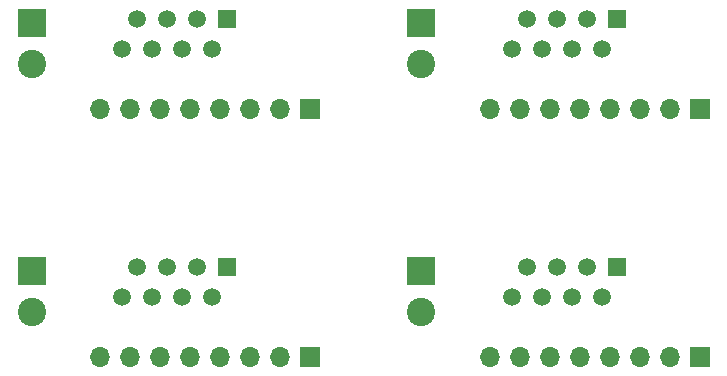
<source format=gbr>
%TF.GenerationSoftware,KiCad,Pcbnew,7.0.9*%
%TF.CreationDate,2024-06-08T21:54:21-04:00*%
%TF.ProjectId,8P breakout header,38502062-7265-4616-9b6f-757420686561,rev?*%
%TF.SameCoordinates,Original*%
%TF.FileFunction,Copper,L2,Bot*%
%TF.FilePolarity,Positive*%
%FSLAX46Y46*%
G04 Gerber Fmt 4.6, Leading zero omitted, Abs format (unit mm)*
G04 Created by KiCad (PCBNEW 7.0.9) date 2024-06-08 21:54:21*
%MOMM*%
%LPD*%
G01*
G04 APERTURE LIST*
%TA.AperFunction,ComponentPad*%
%ADD10R,1.700000X1.700000*%
%TD*%
%TA.AperFunction,ComponentPad*%
%ADD11O,1.700000X1.700000*%
%TD*%
%TA.AperFunction,ComponentPad*%
%ADD12R,1.500000X1.500000*%
%TD*%
%TA.AperFunction,ComponentPad*%
%ADD13C,1.500000*%
%TD*%
%TA.AperFunction,ComponentPad*%
%ADD14R,2.400000X2.400000*%
%TD*%
%TA.AperFunction,ComponentPad*%
%ADD15C,2.400000*%
%TD*%
G04 APERTURE END LIST*
D10*
%TO.P,J4,1,Pin_1*%
%TO.N,Board_0-Net-(J2-Pin_1)*%
X145120000Y-36535000D03*
D11*
%TO.P,J4,2,Pin_2*%
%TO.N,Board_0-Net-(J4-Pin_2)*%
X142580000Y-36535000D03*
%TO.P,J4,3,Pin_3*%
%TO.N,Board_0-Net-(J2-Pin_2)*%
X140040000Y-36535000D03*
%TO.P,J4,4,Pin_4*%
%TO.N,Board_0-Net-(J4-Pin_4)*%
X137500000Y-36535000D03*
%TO.P,J4,5,Pin_5*%
%TO.N,Board_0-Net-(J4-Pin_5)*%
X134960000Y-36535000D03*
%TO.P,J4,6,Pin_6*%
%TO.N,Board_0-Net-(J4-Pin_6)*%
X132420000Y-36535000D03*
%TO.P,J4,7,Pin_7*%
%TO.N,Board_0-Net-(J4-Pin_7)*%
X129880000Y-36535000D03*
%TO.P,J4,8,Pin_8*%
%TO.N,Board_0-Net-(J4-Pin_8)*%
X127340000Y-36535000D03*
%TD*%
D12*
%TO.P,J1,1*%
%TO.N,Board_0-Net-(J2-Pin_1)*%
X138042500Y-28935000D03*
D13*
%TO.P,J1,2*%
%TO.N,Board_0-Net-(J4-Pin_2)*%
X136772500Y-31475000D03*
%TO.P,J1,3*%
%TO.N,Board_0-Net-(J2-Pin_2)*%
X135502500Y-28935000D03*
%TO.P,J1,4*%
%TO.N,Board_0-Net-(J4-Pin_4)*%
X134232500Y-31475000D03*
%TO.P,J1,5*%
%TO.N,Board_0-Net-(J4-Pin_5)*%
X132962500Y-28935000D03*
%TO.P,J1,6*%
%TO.N,Board_0-Net-(J4-Pin_6)*%
X131692500Y-31475000D03*
%TO.P,J1,7*%
%TO.N,Board_0-Net-(J4-Pin_7)*%
X130422500Y-28935000D03*
%TO.P,J1,8*%
%TO.N,Board_0-Net-(J4-Pin_8)*%
X129152500Y-31475000D03*
%TD*%
D10*
%TO.P,J4,1,Pin_1*%
%TO.N,Board_1-Net-(J2-Pin_1)*%
X178120000Y-36535000D03*
D11*
%TO.P,J4,2,Pin_2*%
%TO.N,Board_1-Net-(J4-Pin_2)*%
X175580000Y-36535000D03*
%TO.P,J4,3,Pin_3*%
%TO.N,Board_1-Net-(J2-Pin_2)*%
X173040000Y-36535000D03*
%TO.P,J4,4,Pin_4*%
%TO.N,Board_1-Net-(J4-Pin_4)*%
X170500000Y-36535000D03*
%TO.P,J4,5,Pin_5*%
%TO.N,Board_1-Net-(J4-Pin_5)*%
X167960000Y-36535000D03*
%TO.P,J4,6,Pin_6*%
%TO.N,Board_1-Net-(J4-Pin_6)*%
X165420000Y-36535000D03*
%TO.P,J4,7,Pin_7*%
%TO.N,Board_1-Net-(J4-Pin_7)*%
X162880000Y-36535000D03*
%TO.P,J4,8,Pin_8*%
%TO.N,Board_1-Net-(J4-Pin_8)*%
X160340000Y-36535000D03*
%TD*%
D12*
%TO.P,J1,1*%
%TO.N,Board_3-Net-(J2-Pin_1)*%
X171042500Y-49935000D03*
D13*
%TO.P,J1,2*%
%TO.N,Board_3-Net-(J4-Pin_2)*%
X169772500Y-52475000D03*
%TO.P,J1,3*%
%TO.N,Board_3-Net-(J2-Pin_2)*%
X168502500Y-49935000D03*
%TO.P,J1,4*%
%TO.N,Board_3-Net-(J4-Pin_4)*%
X167232500Y-52475000D03*
%TO.P,J1,5*%
%TO.N,Board_3-Net-(J4-Pin_5)*%
X165962500Y-49935000D03*
%TO.P,J1,6*%
%TO.N,Board_3-Net-(J4-Pin_6)*%
X164692500Y-52475000D03*
%TO.P,J1,7*%
%TO.N,Board_3-Net-(J4-Pin_7)*%
X163422500Y-49935000D03*
%TO.P,J1,8*%
%TO.N,Board_3-Net-(J4-Pin_8)*%
X162152500Y-52475000D03*
%TD*%
D14*
%TO.P,J2,1,Pin_1*%
%TO.N,Board_3-Net-(J2-Pin_1)*%
X154500000Y-50250000D03*
D15*
%TO.P,J2,2,Pin_2*%
%TO.N,Board_3-Net-(J2-Pin_2)*%
X154500000Y-53750000D03*
%TD*%
D14*
%TO.P,J2,1,Pin_1*%
%TO.N,Board_2-Net-(J2-Pin_1)*%
X121500000Y-50250000D03*
D15*
%TO.P,J2,2,Pin_2*%
%TO.N,Board_2-Net-(J2-Pin_2)*%
X121500000Y-53750000D03*
%TD*%
D12*
%TO.P,J1,1*%
%TO.N,Board_2-Net-(J2-Pin_1)*%
X138042500Y-49935000D03*
D13*
%TO.P,J1,2*%
%TO.N,Board_2-Net-(J4-Pin_2)*%
X136772500Y-52475000D03*
%TO.P,J1,3*%
%TO.N,Board_2-Net-(J2-Pin_2)*%
X135502500Y-49935000D03*
%TO.P,J1,4*%
%TO.N,Board_2-Net-(J4-Pin_4)*%
X134232500Y-52475000D03*
%TO.P,J1,5*%
%TO.N,Board_2-Net-(J4-Pin_5)*%
X132962500Y-49935000D03*
%TO.P,J1,6*%
%TO.N,Board_2-Net-(J4-Pin_6)*%
X131692500Y-52475000D03*
%TO.P,J1,7*%
%TO.N,Board_2-Net-(J4-Pin_7)*%
X130422500Y-49935000D03*
%TO.P,J1,8*%
%TO.N,Board_2-Net-(J4-Pin_8)*%
X129152500Y-52475000D03*
%TD*%
D10*
%TO.P,J4,1,Pin_1*%
%TO.N,Board_3-Net-(J2-Pin_1)*%
X178120000Y-57535000D03*
D11*
%TO.P,J4,2,Pin_2*%
%TO.N,Board_3-Net-(J4-Pin_2)*%
X175580000Y-57535000D03*
%TO.P,J4,3,Pin_3*%
%TO.N,Board_3-Net-(J2-Pin_2)*%
X173040000Y-57535000D03*
%TO.P,J4,4,Pin_4*%
%TO.N,Board_3-Net-(J4-Pin_4)*%
X170500000Y-57535000D03*
%TO.P,J4,5,Pin_5*%
%TO.N,Board_3-Net-(J4-Pin_5)*%
X167960000Y-57535000D03*
%TO.P,J4,6,Pin_6*%
%TO.N,Board_3-Net-(J4-Pin_6)*%
X165420000Y-57535000D03*
%TO.P,J4,7,Pin_7*%
%TO.N,Board_3-Net-(J4-Pin_7)*%
X162880000Y-57535000D03*
%TO.P,J4,8,Pin_8*%
%TO.N,Board_3-Net-(J4-Pin_8)*%
X160340000Y-57535000D03*
%TD*%
D12*
%TO.P,J1,1*%
%TO.N,Board_1-Net-(J2-Pin_1)*%
X171042500Y-28935000D03*
D13*
%TO.P,J1,2*%
%TO.N,Board_1-Net-(J4-Pin_2)*%
X169772500Y-31475000D03*
%TO.P,J1,3*%
%TO.N,Board_1-Net-(J2-Pin_2)*%
X168502500Y-28935000D03*
%TO.P,J1,4*%
%TO.N,Board_1-Net-(J4-Pin_4)*%
X167232500Y-31475000D03*
%TO.P,J1,5*%
%TO.N,Board_1-Net-(J4-Pin_5)*%
X165962500Y-28935000D03*
%TO.P,J1,6*%
%TO.N,Board_1-Net-(J4-Pin_6)*%
X164692500Y-31475000D03*
%TO.P,J1,7*%
%TO.N,Board_1-Net-(J4-Pin_7)*%
X163422500Y-28935000D03*
%TO.P,J1,8*%
%TO.N,Board_1-Net-(J4-Pin_8)*%
X162152500Y-31475000D03*
%TD*%
D14*
%TO.P,J2,1,Pin_1*%
%TO.N,Board_1-Net-(J2-Pin_1)*%
X154500000Y-29250000D03*
D15*
%TO.P,J2,2,Pin_2*%
%TO.N,Board_1-Net-(J2-Pin_2)*%
X154500000Y-32750000D03*
%TD*%
D10*
%TO.P,J4,1,Pin_1*%
%TO.N,Board_2-Net-(J2-Pin_1)*%
X145120000Y-57535000D03*
D11*
%TO.P,J4,2,Pin_2*%
%TO.N,Board_2-Net-(J4-Pin_2)*%
X142580000Y-57535000D03*
%TO.P,J4,3,Pin_3*%
%TO.N,Board_2-Net-(J2-Pin_2)*%
X140040000Y-57535000D03*
%TO.P,J4,4,Pin_4*%
%TO.N,Board_2-Net-(J4-Pin_4)*%
X137500000Y-57535000D03*
%TO.P,J4,5,Pin_5*%
%TO.N,Board_2-Net-(J4-Pin_5)*%
X134960000Y-57535000D03*
%TO.P,J4,6,Pin_6*%
%TO.N,Board_2-Net-(J4-Pin_6)*%
X132420000Y-57535000D03*
%TO.P,J4,7,Pin_7*%
%TO.N,Board_2-Net-(J4-Pin_7)*%
X129880000Y-57535000D03*
%TO.P,J4,8,Pin_8*%
%TO.N,Board_2-Net-(J4-Pin_8)*%
X127340000Y-57535000D03*
%TD*%
D14*
%TO.P,J2,1,Pin_1*%
%TO.N,Board_0-Net-(J2-Pin_1)*%
X121500000Y-29250000D03*
D15*
%TO.P,J2,2,Pin_2*%
%TO.N,Board_0-Net-(J2-Pin_2)*%
X121500000Y-32750000D03*
%TD*%
M02*

</source>
